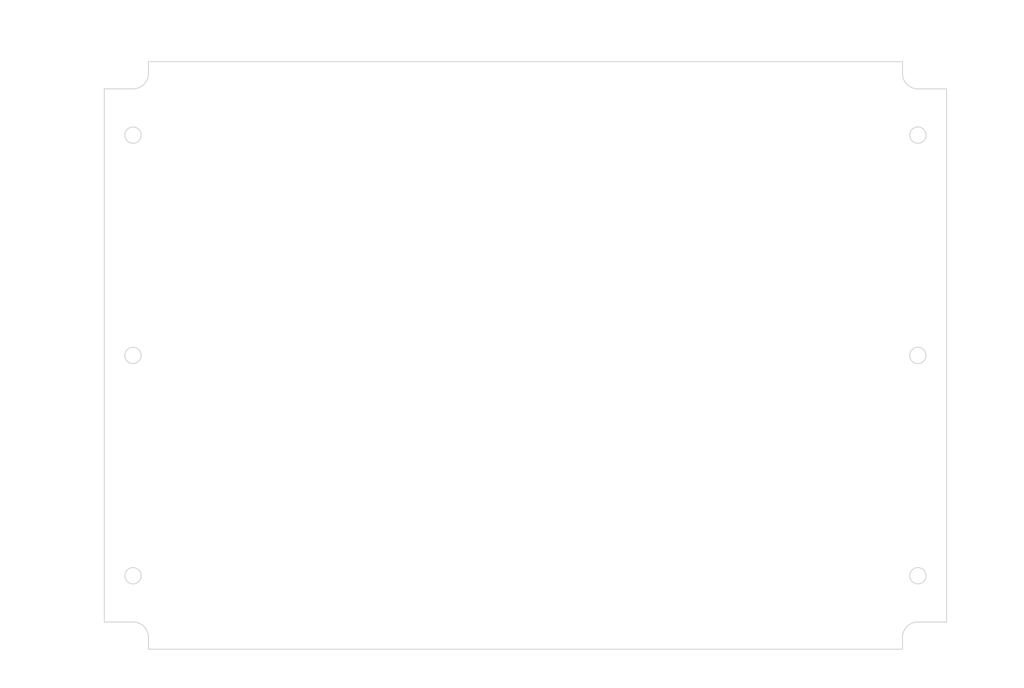
<source format=kicad_pcb>
(kicad_pcb (version 20171130) (host pcbnew "(5.1.0)-1")

  (general
    (thickness 1.6)
    (drawings 67)
    (tracks 0)
    (zones 0)
    (modules 0)
    (nets 1)
  )

  (page A3)
  (layers
    (0 F.Cu signal)
    (31 B.Cu signal)
    (32 B.Adhes user)
    (33 F.Adhes user)
    (34 B.Paste user)
    (35 F.Paste user)
    (36 B.SilkS user)
    (37 F.SilkS user)
    (38 B.Mask user)
    (39 F.Mask user)
    (40 Dwgs.User user)
    (41 Cmts.User user)
    (42 Eco1.User user)
    (43 Eco2.User user)
    (44 Edge.Cuts user)
    (45 Margin user)
    (46 B.CrtYd user)
    (47 F.CrtYd user)
    (48 B.Fab user)
    (49 F.Fab user)
  )

  (setup
    (last_trace_width 0.25)
    (trace_clearance 0.2)
    (zone_clearance 0.508)
    (zone_45_only no)
    (trace_min 0.2)
    (via_size 0.8)
    (via_drill 0.4)
    (via_min_size 0.4)
    (via_min_drill 0.3)
    (uvia_size 0.3)
    (uvia_drill 0.1)
    (uvias_allowed no)
    (uvia_min_size 0.2)
    (uvia_min_drill 0.1)
    (edge_width 0.05)
    (segment_width 0.2)
    (pcb_text_width 0.3)
    (pcb_text_size 1.5 1.5)
    (mod_edge_width 0.12)
    (mod_text_size 1 1)
    (mod_text_width 0.15)
    (pad_size 1.524 1.524)
    (pad_drill 0.762)
    (pad_to_mask_clearance 0.051)
    (solder_mask_min_width 0.25)
    (aux_axis_origin 0 0)
    (visible_elements FFFFFF7F)
    (pcbplotparams
      (layerselection 0x010fc_ffffffff)
      (usegerberextensions false)
      (usegerberattributes false)
      (usegerberadvancedattributes false)
      (creategerberjobfile false)
      (excludeedgelayer true)
      (linewidth 0.152400)
      (plotframeref false)
      (viasonmask false)
      (mode 1)
      (useauxorigin false)
      (hpglpennumber 1)
      (hpglpenspeed 20)
      (hpglpendiameter 15.000000)
      (psnegative false)
      (psa4output false)
      (plotreference true)
      (plotvalue true)
      (plotinvisibletext false)
      (padsonsilk false)
      (subtractmaskfromsilk false)
      (outputformat 1)
      (mirror false)
      (drillshape 1)
      (scaleselection 1)
      (outputdirectory ""))
  )

  (net 0 "")

  (net_class Default "This is the default net class."
    (clearance 0.2)
    (trace_width 0.25)
    (via_dia 0.8)
    (via_drill 0.4)
    (uvia_dia 0.3)
    (uvia_drill 0.1)
  )

  (gr_line (start 302.862607 70.277003) (end 309.377008 70.277003) (layer Edge.Cuts) (width 0.2))
  (gr_line (start 309.377008 70.277003) (end 309.377008 191.277003) (layer Edge.Cuts) (width 0.2))
  (gr_circle (center 302.862607 130.777003) (end 304.712607 130.777003) (layer Edge.Cuts) (width 0.2))
  (gr_line (start 299.362607 64.102399) (end 128.362607 64.102399) (layer Edge.Cuts) (width 0.2))
  (gr_line (start 299.362607 64.102399) (end 299.362607 66.777003) (layer Edge.Cuts) (width 0.2))
  (gr_arc (start 302.862607 66.777003) (end 299.362607 66.777003) (angle -90) (layer Edge.Cuts) (width 0.2))
  (gr_circle (center 302.862607 80.777003) (end 304.712607 80.777003) (layer Edge.Cuts) (width 0.2))
  (gr_line (start 302.862607 191.277003) (end 309.377008 191.277003) (layer Edge.Cuts) (width 0.2))
  (gr_line (start 128.362607 197.451607) (end 299.362607 197.451607) (layer Edge.Cuts) (width 0.2))
  (gr_line (start 299.362607 197.451607) (end 299.362607 194.777003) (layer Edge.Cuts) (width 0.2))
  (gr_arc (start 302.862607 194.777003) (end 302.862607 191.277003) (angle -90) (layer Edge.Cuts) (width 0.2))
  (gr_circle (center 302.862607 180.777003) (end 304.712607 180.777003) (layer Edge.Cuts) (width 0.2))
  (gr_line (start 124.862607 70.277003) (end 118.348205 70.277003) (layer Edge.Cuts) (width 0.2))
  (gr_line (start 118.348205 70.277003) (end 118.348205 191.277003) (layer Edge.Cuts) (width 0.2))
  (gr_circle (center 124.862607 130.777003) (end 126.712607 130.777003) (layer Edge.Cuts) (width 0.2))
  (gr_line (start 128.362607 64.102399) (end 128.362607 66.777003) (layer Edge.Cuts) (width 0.2))
  (gr_arc (start 124.862607 66.777003) (end 124.862607 70.277003) (angle -90) (layer Edge.Cuts) (width 0.2))
  (gr_circle (center 124.862607 80.777003) (end 126.712607 80.777003) (layer Edge.Cuts) (width 0.2))
  (gr_line (start 124.862607 191.277003) (end 118.348205 191.277003) (layer Edge.Cuts) (width 0.2))
  (gr_line (start 128.362607 197.451607) (end 128.362607 194.777003) (layer Edge.Cuts) (width 0.2))
  (gr_arc (start 124.862607 194.777003) (end 128.362607 194.777003) (angle -90) (layer Edge.Cuts) (width 0.2))
  (gr_circle (center 124.862607 180.777003) (end 126.712607 180.777003) (layer Edge.Cuts) (width 0.2))
  (gr_text [R0.14] (at 314.5216 203.022867) (layer Dwgs.User)
    (effects (font (size 1.7 1.53) (thickness 0.2125)))
  )
  (gr_text " R3.50" (at 314.5216 199.464852) (layer Dwgs.User)
    (effects (font (size 1.7 1.53) (thickness 0.2125)))
  )
  (gr_line (start 307.92607 201.133406) (end 301.928004 193.603753) (layer Dwgs.User) (width 0.2))
  (gr_line (start 310.050829 201.133406) (end 307.92607 201.133406) (layer Dwgs.User) (width 0.2))
  (gr_line (start 302.862607 180.867003) (end 302.862607 180.687003) (layer Dwgs.User) (width 0.2))
  (gr_line (start 302.772607 180.777003) (end 302.952607 180.777003) (layer Dwgs.User) (width 0.2))
  (gr_text " ∅3.70\n[∅0.15]" (at 317.604751 188.586851) (layer Dwgs.User)
    (effects (font (size 1.7 1.53) (thickness 0.2125)))
  )
  (gr_line (start 311.067882 188.586851) (end 305.651335 183.431338) (layer Dwgs.User) (width 0.2))
  (gr_line (start 313.067882 188.586851) (end 311.067882 188.586851) (layer Dwgs.User) (width 0.2))
  (gr_text [3.94] (at 322.184163 132.666464) (layer Dwgs.User)
    (effects (font (size 1.7 1.53) (thickness 0.2125)))
  )
  (gr_text " 100.00" (at 322.184163 129.109029) (layer Dwgs.User)
    (effects (font (size 1.7 1.53) (thickness 0.2125)))
  )
  (gr_line (start 322.184163 178.777003) (end 322.184163 134.334439) (layer Dwgs.User) (width 0.2))
  (gr_line (start 322.184163 82.777003) (end 322.184163 127.219568) (layer Dwgs.User) (width 0.2))
  (gr_line (start 303.862607 180.777003) (end 325.359163 180.777003) (layer Dwgs.User) (width 0.2))
  (gr_line (start 303.862607 80.777003) (end 325.359163 80.777003) (layer Dwgs.User) (width 0.2))
  (gr_text [7.01] (at 213.862607 204.864345) (layer Dwgs.User)
    (effects (font (size 1.7 1.53) (thickness 0.2125)))
  )
  (gr_text " 178.00" (at 213.862607 201.306909) (layer Dwgs.User)
    (effects (font (size 1.7 1.53) (thickness 0.2125)))
  )
  (gr_line (start 300.862607 202.974883) (end 218.56762 202.974883) (layer Dwgs.User) (width 0.2))
  (gr_line (start 126.862607 202.974883) (end 209.157593 202.974883) (layer Dwgs.User) (width 0.2))
  (gr_line (start 302.862607 181.777003) (end 302.862607 206.149883) (layer Dwgs.User) (width 0.2))
  (gr_line (start 124.862607 181.777003) (end 124.862607 206.149883) (layer Dwgs.User) (width 0.2))
  (gr_text [5.25] (at 99.452732 132.666464) (layer Dwgs.User)
    (effects (font (size 1.7 1.53) (thickness 0.2125)))
  )
  (gr_text " 133.35" (at 99.452732 129.108449) (layer Dwgs.User)
    (effects (font (size 1.7 1.53) (thickness 0.2125)))
  )
  (gr_line (start 99.452732 195.451607) (end 99.452732 134.335018) (layer Dwgs.User) (width 0.2))
  (gr_line (start 99.452732 66.102399) (end 99.452732 127.218988) (layer Dwgs.User) (width 0.2))
  (gr_line (start 127.362607 197.451607) (end 96.277732 197.451607) (layer Dwgs.User) (width 0.2))
  (gr_line (start 127.362607 64.102399) (end 96.277732 64.102399) (layer Dwgs.User) (width 0.2))
  (gr_text [7.52] (at 217.939202 55.275485) (layer Dwgs.User)
    (effects (font (size 1.7 1.53) (thickness 0.2125)))
  )
  (gr_text " 191.03" (at 217.939202 51.71747) (layer Dwgs.User)
    (effects (font (size 1.7 1.53) (thickness 0.2125)))
  )
  (gr_line (start 307.377008 53.386024) (end 222.647115 53.386024) (layer Dwgs.User) (width 0.2))
  (gr_line (start 120.348205 53.386024) (end 213.231289 53.386024) (layer Dwgs.User) (width 0.2))
  (gr_line (start 309.377008 69.277003) (end 309.377008 50.211024) (layer Dwgs.User) (width 0.2))
  (gr_line (start 118.348205 69.277003) (end 118.348205 50.211024) (layer Dwgs.User) (width 0.2))
  (gr_text [6.73] (at 203.434304 60.64767) (layer Dwgs.User)
    (effects (font (size 1.7 1.53) (thickness 0.2125)))
  )
  (gr_text " 171.00" (at 203.434304 57.090234) (layer Dwgs.User)
    (effects (font (size 1.7 1.53) (thickness 0.2125)))
  )
  (gr_line (start 130.362607 58.758208) (end 198.72929 58.758208) (layer Dwgs.User) (width 0.2))
  (gr_line (start 297.362607 58.758208) (end 208.139317 58.758208) (layer Dwgs.User) (width 0.2))
  (gr_line (start 128.362607 63.102399) (end 128.362607 55.583208) (layer Dwgs.User) (width 0.2))
  (gr_line (start 299.362607 63.102399) (end 299.362607 55.583208) (layer Dwgs.User) (width 0.2))
  (gr_text [4.76] (at 111.605406 132.666464) (layer Dwgs.User)
    (effects (font (size 1.7 1.53) (thickness 0.2125)))
  )
  (gr_text " 121.00" (at 111.605406 129.109029) (layer Dwgs.User)
    (effects (font (size 1.7 1.53) (thickness 0.2125)))
  )
  (gr_line (start 111.605406 72.277003) (end 111.605406 127.219568) (layer Dwgs.User) (width 0.2))
  (gr_line (start 111.605406 189.277003) (end 111.605406 134.334439) (layer Dwgs.User) (width 0.2))
  (gr_line (start 117.348205 70.277003) (end 108.430406 70.277003) (layer Dwgs.User) (width 0.2))
  (gr_line (start 117.348205 191.277003) (end 108.430406 191.277003) (layer Dwgs.User) (width 0.2))

)

</source>
